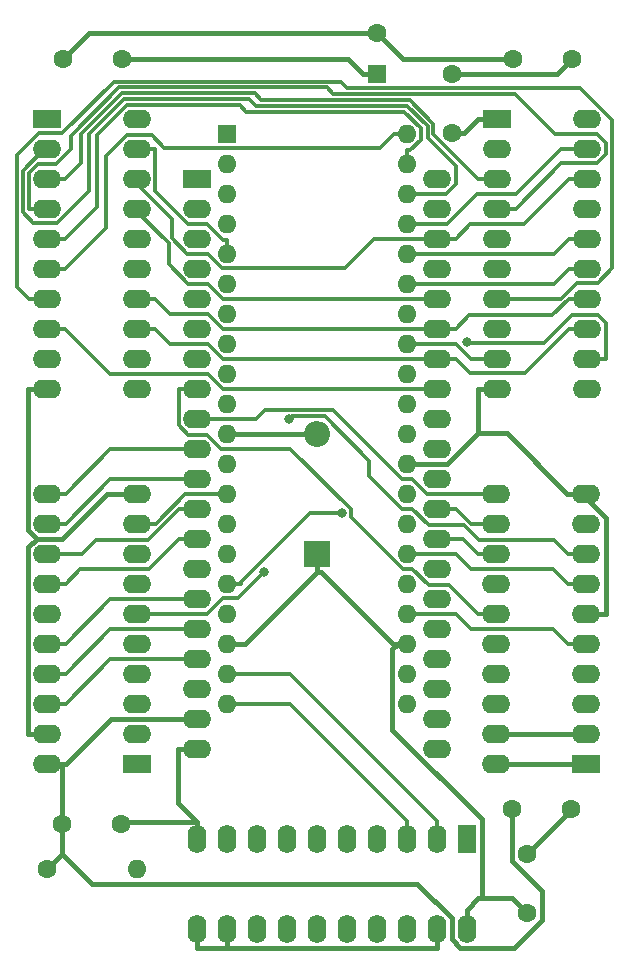
<source format=gbl>
G04 #@! TF.GenerationSoftware,KiCad,Pcbnew,(6.0.9)*
G04 #@! TF.CreationDate,2024-02-12T22:17:00+01:00*
G04 #@! TF.ProjectId,Sombrero_MSX_Goa'uld,536f6d62-7265-4726-9f5f-4d53585f476f,rev?*
G04 #@! TF.SameCoordinates,Original*
G04 #@! TF.FileFunction,Copper,L2,Bot*
G04 #@! TF.FilePolarity,Positive*
%FSLAX46Y46*%
G04 Gerber Fmt 4.6, Leading zero omitted, Abs format (unit mm)*
G04 Created by KiCad (PCBNEW (6.0.9)) date 2024-02-12 22:17:00*
%MOMM*%
%LPD*%
G01*
G04 APERTURE LIST*
G04 #@! TA.AperFunction,ComponentPad*
%ADD10R,2.400000X1.600000*%
G04 #@! TD*
G04 #@! TA.AperFunction,ComponentPad*
%ADD11O,2.400000X1.600000*%
G04 #@! TD*
G04 #@! TA.AperFunction,ComponentPad*
%ADD12R,1.600000X2.400000*%
G04 #@! TD*
G04 #@! TA.AperFunction,ComponentPad*
%ADD13O,1.600000X2.400000*%
G04 #@! TD*
G04 #@! TA.AperFunction,ComponentPad*
%ADD14C,1.600000*%
G04 #@! TD*
G04 #@! TA.AperFunction,ComponentPad*
%ADD15R,1.600000X1.600000*%
G04 #@! TD*
G04 #@! TA.AperFunction,ComponentPad*
%ADD16O,1.600000X1.600000*%
G04 #@! TD*
G04 #@! TA.AperFunction,ComponentPad*
%ADD17R,2.200000X2.200000*%
G04 #@! TD*
G04 #@! TA.AperFunction,ComponentPad*
%ADD18O,2.200000X2.200000*%
G04 #@! TD*
G04 #@! TA.AperFunction,ViaPad*
%ADD19C,0.800000*%
G04 #@! TD*
G04 #@! TA.AperFunction,Conductor*
%ADD20C,0.450000*%
G04 #@! TD*
G04 #@! TA.AperFunction,Conductor*
%ADD21C,0.300000*%
G04 #@! TD*
G04 APERTURE END LIST*
D10*
X162570000Y-74935000D03*
D11*
X162570000Y-77475000D03*
X162570000Y-80015000D03*
X162570000Y-82555000D03*
X162570000Y-85095000D03*
X162570000Y-87635000D03*
X162570000Y-90175000D03*
X162570000Y-92715000D03*
X162570000Y-95255000D03*
X162570000Y-97795000D03*
X170190000Y-97795000D03*
X170190000Y-95255000D03*
X170190000Y-92715000D03*
X170190000Y-90175000D03*
X170190000Y-87635000D03*
X170190000Y-85095000D03*
X170190000Y-82555000D03*
X170190000Y-80015000D03*
X170190000Y-77475000D03*
X170190000Y-74935000D03*
D10*
X137175000Y-80005000D03*
D11*
X137175000Y-82545000D03*
X137175000Y-85085000D03*
X137175000Y-87625000D03*
X137175000Y-90165000D03*
X137175000Y-92705000D03*
X137175000Y-95245000D03*
X137175000Y-97785000D03*
X137175000Y-100325000D03*
X137175000Y-102865000D03*
X137175000Y-105405000D03*
X137175000Y-107945000D03*
X137175000Y-110485000D03*
X137175000Y-113025000D03*
X137175000Y-115565000D03*
X137175000Y-118105000D03*
X137175000Y-120645000D03*
X137175000Y-123185000D03*
X137175000Y-125725000D03*
X137175000Y-128265000D03*
X157495000Y-128265000D03*
X157495000Y-125725000D03*
X157495000Y-123185000D03*
X157495000Y-120645000D03*
X157495000Y-118105000D03*
X157495000Y-115565000D03*
X157495000Y-113025000D03*
X157495000Y-110485000D03*
X157495000Y-107945000D03*
X157495000Y-105405000D03*
X157495000Y-102865000D03*
X157495000Y-100325000D03*
X157495000Y-97785000D03*
X157495000Y-95245000D03*
X157495000Y-92705000D03*
X157495000Y-90165000D03*
X157495000Y-87625000D03*
X157495000Y-85085000D03*
X157495000Y-82545000D03*
X157495000Y-80005000D03*
D12*
X160020000Y-135890000D03*
D13*
X157480000Y-135890000D03*
X154940000Y-135890000D03*
X152400000Y-135890000D03*
X149860000Y-135890000D03*
X147320000Y-135890000D03*
X144780000Y-135890000D03*
X142240000Y-135890000D03*
X139700000Y-135890000D03*
X137160000Y-135890000D03*
X137160000Y-143510000D03*
X139700000Y-143510000D03*
X142240000Y-143510000D03*
X144780000Y-143510000D03*
X147320000Y-143510000D03*
X149860000Y-143510000D03*
X152400000Y-143510000D03*
X154940000Y-143510000D03*
X157480000Y-143510000D03*
X160020000Y-143510000D03*
D10*
X132095000Y-129515000D03*
D11*
X132095000Y-126975000D03*
X132095000Y-124435000D03*
X132095000Y-121895000D03*
X132095000Y-119355000D03*
X132095000Y-116815000D03*
X132095000Y-114275000D03*
X132095000Y-111735000D03*
X132095000Y-109195000D03*
X132095000Y-106655000D03*
X124475000Y-106655000D03*
X124475000Y-109195000D03*
X124475000Y-111735000D03*
X124475000Y-114275000D03*
X124475000Y-116815000D03*
X124475000Y-119355000D03*
X124475000Y-121895000D03*
X124475000Y-124435000D03*
X124475000Y-126975000D03*
X124475000Y-129515000D03*
D14*
X163830000Y-133350000D03*
X168830000Y-133350000D03*
D10*
X170115000Y-129535000D03*
D11*
X170115000Y-126995000D03*
X170115000Y-124455000D03*
X170115000Y-121915000D03*
X170115000Y-119375000D03*
X170115000Y-116835000D03*
X170115000Y-114295000D03*
X170115000Y-111755000D03*
X170115000Y-109215000D03*
X170115000Y-106675000D03*
X162495000Y-106675000D03*
X162495000Y-109215000D03*
X162495000Y-111755000D03*
X162495000Y-114295000D03*
X162495000Y-116835000D03*
X162495000Y-119375000D03*
X162495000Y-121915000D03*
X162495000Y-124455000D03*
X162495000Y-126995000D03*
X162495000Y-129535000D03*
D14*
X158750000Y-71120000D03*
X158750000Y-76120000D03*
X165100000Y-142200000D03*
X165100000Y-137200000D03*
D15*
X152400000Y-71120000D03*
D14*
X152400000Y-67620000D03*
X125730000Y-134620000D03*
X130730000Y-134620000D03*
D15*
X139710000Y-76200000D03*
D16*
X139710000Y-78740000D03*
X139710000Y-81280000D03*
X139710000Y-83820000D03*
X139710000Y-86360000D03*
X139710000Y-88900000D03*
X139710000Y-91440000D03*
X139710000Y-93980000D03*
X139710000Y-96520000D03*
X139710000Y-99060000D03*
X139710000Y-101600000D03*
X139710000Y-104140000D03*
X139710000Y-106680000D03*
X139710000Y-109220000D03*
X139710000Y-111760000D03*
X139710000Y-114300000D03*
X139710000Y-116840000D03*
X139710000Y-119380000D03*
X139710000Y-121920000D03*
X139710000Y-124460000D03*
X154950000Y-124460000D03*
X154950000Y-121920000D03*
X154950000Y-119380000D03*
X154950000Y-116840000D03*
X154950000Y-114300000D03*
X154950000Y-111760000D03*
X154950000Y-109220000D03*
X154950000Y-106680000D03*
X154950000Y-104140000D03*
X154950000Y-101600000D03*
X154950000Y-99060000D03*
X154950000Y-96520000D03*
X154950000Y-93980000D03*
X154950000Y-91440000D03*
X154950000Y-88900000D03*
X154950000Y-86360000D03*
X154950000Y-83820000D03*
X154950000Y-81280000D03*
X154950000Y-78740000D03*
X154950000Y-76200000D03*
D14*
X168910000Y-69855000D03*
X163910000Y-69855000D03*
X130765000Y-69865000D03*
X125765000Y-69865000D03*
D17*
X147340000Y-111760000D03*
D18*
X147340000Y-101600000D03*
D10*
X124455000Y-74935000D03*
D11*
X124455000Y-77475000D03*
X124455000Y-80015000D03*
X124455000Y-82555000D03*
X124455000Y-85095000D03*
X124455000Y-87635000D03*
X124455000Y-90175000D03*
X124455000Y-92715000D03*
X124455000Y-95255000D03*
X124455000Y-97795000D03*
X132075000Y-97795000D03*
X132075000Y-95255000D03*
X132075000Y-92715000D03*
X132075000Y-90175000D03*
X132075000Y-87635000D03*
X132075000Y-85095000D03*
X132075000Y-82555000D03*
X132075000Y-80015000D03*
X132075000Y-77475000D03*
X132075000Y-74935000D03*
D14*
X124460000Y-138430000D03*
D16*
X132080000Y-138430000D03*
D19*
X144952800Y-100345200D03*
X142829800Y-113267900D03*
X159972500Y-93817200D03*
X149413000Y-108293700D03*
D20*
X159445800Y-145135800D02*
X163971900Y-145135800D01*
X170115000Y-129535000D02*
X162495000Y-129535000D01*
X137175000Y-125725000D02*
X135549900Y-125725000D01*
X155802900Y-139700000D02*
X158705200Y-142602300D01*
X166370800Y-140313000D02*
X163830000Y-137772200D01*
X129890100Y-125725000D02*
X135549900Y-125725000D01*
X126100100Y-129515000D02*
X129890100Y-125725000D01*
X125730000Y-129515000D02*
X126100100Y-129515000D01*
X163830000Y-137772200D02*
X163830000Y-133350000D01*
X166370800Y-142736900D02*
X166370800Y-140313000D01*
X163971900Y-145135800D02*
X166370800Y-142736900D01*
X158705200Y-142602300D02*
X158705200Y-144395200D01*
X124460000Y-138430000D02*
X125730000Y-137160000D01*
X128270000Y-139700000D02*
X155802900Y-139700000D01*
X125730000Y-137160000D02*
X128270000Y-139700000D01*
X125730000Y-137160000D02*
X125730000Y-134620000D01*
X124475000Y-129515000D02*
X125730000Y-129515000D01*
X125730000Y-134620000D02*
X125730000Y-129515000D01*
X158705200Y-144395200D02*
X159445800Y-145135800D01*
X123593700Y-110465000D02*
X122829900Y-109701200D01*
X154635000Y-69855000D02*
X163910000Y-69855000D01*
X162570000Y-74935000D02*
X160944900Y-74935000D01*
X137160000Y-134427400D02*
X135549900Y-132817300D01*
X169681400Y-106675000D02*
X169707900Y-106675000D01*
X168489900Y-106675000D02*
X163367500Y-101552600D01*
X157480000Y-143510000D02*
X157480000Y-145135100D01*
X159759900Y-76120000D02*
X158750000Y-76120000D01*
X169681400Y-106675000D02*
X168489900Y-106675000D01*
X122829900Y-109701200D02*
X122829900Y-97795000D01*
X139700000Y-143510000D02*
X139700000Y-145135100D01*
X160944900Y-74935000D02*
X159759900Y-76120000D01*
X128010000Y-67620000D02*
X125765000Y-69865000D01*
X170115000Y-106675000D02*
X169681400Y-106675000D01*
X158357500Y-104140000D02*
X160944900Y-101552600D01*
X125730200Y-110465000D02*
X123593700Y-110465000D01*
X122849900Y-126975000D02*
X122849900Y-111208800D01*
X122849900Y-111208800D02*
X123593700Y-110465000D01*
X124475000Y-126975000D02*
X122849900Y-126975000D01*
X170115000Y-116835000D02*
X171740100Y-116835000D01*
X132095000Y-106655000D02*
X129540200Y-106655000D01*
X162495000Y-126995000D02*
X170115000Y-126995000D01*
X135549900Y-132817300D02*
X135549900Y-128265000D01*
X137175000Y-128265000D02*
X135549900Y-128265000D01*
X171740100Y-108707200D02*
X171740100Y-116835000D01*
X137160000Y-145135100D02*
X139700000Y-145135100D01*
X130730000Y-134620000D02*
X130922600Y-134427400D01*
X137160000Y-135890000D02*
X137160000Y-134427400D01*
X152400000Y-67620000D02*
X154635000Y-69855000D01*
X152400000Y-67620000D02*
X128010000Y-67620000D01*
X154950000Y-104140000D02*
X158357500Y-104140000D01*
X129540200Y-106655000D02*
X125730200Y-110465000D01*
X168830000Y-133470000D02*
X168830000Y-133350000D01*
X169707900Y-106675000D02*
X171740100Y-108707200D01*
X137160000Y-143510000D02*
X137160000Y-145135100D01*
X160944900Y-101552600D02*
X160944900Y-97795000D01*
X124455000Y-97795000D02*
X122829900Y-97795000D01*
X163367500Y-101552600D02*
X160944900Y-101552600D01*
X165100000Y-137200000D02*
X168830000Y-133470000D01*
X162570000Y-97795000D02*
X160944900Y-97795000D01*
X130922600Y-134427400D02*
X137160000Y-134427400D01*
X157480000Y-145135100D02*
X139700000Y-145135100D01*
X147340000Y-101600000D02*
X139710000Y-101600000D01*
D21*
X127372400Y-76190200D02*
X127372400Y-78647700D01*
X155165300Y-73316700D02*
X142572800Y-73316700D01*
X157175100Y-75326500D02*
X155165300Y-73316700D01*
X162570000Y-80015000D02*
X160976100Y-80015000D01*
X160976100Y-80015000D02*
X157175100Y-76214000D01*
X130795300Y-72767300D02*
X127372400Y-76190200D01*
X142572800Y-73316700D02*
X142023400Y-72767300D01*
X157175100Y-76214000D02*
X157175100Y-75326500D01*
X124455000Y-80015000D02*
X126005100Y-80015000D01*
X127372400Y-78647700D02*
X126005100Y-80015000D01*
X142023400Y-72767300D02*
X130795300Y-72767300D01*
X148698200Y-72816600D02*
X164045300Y-72816600D01*
X124455000Y-82555000D02*
X122904900Y-82555000D01*
X126505300Y-76350100D02*
X130588200Y-72267200D01*
X170976300Y-76205000D02*
X171770200Y-76998900D01*
X126505300Y-77462600D02*
X126505300Y-76350100D01*
X167989400Y-78685700D02*
X164120100Y-82555000D01*
X130588200Y-72267200D02*
X148148800Y-72267200D01*
X171770200Y-77928900D02*
X171013400Y-78685700D01*
X162570000Y-82555000D02*
X164120100Y-82555000D01*
X148148800Y-72267200D02*
X148698200Y-72816600D01*
X123690500Y-78745000D02*
X125222900Y-78745000D01*
X171013400Y-78685700D02*
X167989400Y-78685700D01*
X122904900Y-82555000D02*
X122904900Y-79530600D01*
X122904900Y-79530600D02*
X123690500Y-78745000D01*
X171770200Y-76998900D02*
X171770200Y-77928900D01*
X167433700Y-76205000D02*
X170976300Y-76205000D01*
X164045300Y-72816600D02*
X167433700Y-76205000D01*
X125222900Y-78745000D02*
X126505300Y-77462600D01*
X121890700Y-89160800D02*
X121890700Y-77992300D01*
X149877600Y-72270200D02*
X169582200Y-72270200D01*
X172301600Y-74989600D02*
X172301600Y-87569300D01*
X122904900Y-90175000D02*
X121890700Y-89160800D01*
X123740200Y-76142800D02*
X125753700Y-76142800D01*
X172301600Y-87569300D02*
X171085700Y-88785200D01*
X169582200Y-72270200D02*
X172301600Y-74989600D01*
X171085700Y-88785200D02*
X169322300Y-88785200D01*
X149374500Y-71767100D02*
X149877600Y-72270200D01*
X121890700Y-77992300D02*
X123740200Y-76142800D01*
X167932500Y-90175000D02*
X162570000Y-90175000D01*
X124455000Y-90175000D02*
X122904900Y-90175000D01*
X130129400Y-71767100D02*
X149374500Y-71767100D01*
X125753700Y-76142800D02*
X130129400Y-71767100D01*
X169322300Y-88785200D02*
X167932500Y-90175000D01*
X138088400Y-96525000D02*
X139348400Y-97785000D01*
X126005100Y-92715000D02*
X129815100Y-96525000D01*
X124455000Y-92715000D02*
X126005100Y-92715000D01*
X139348400Y-97785000D02*
X157495000Y-97785000D01*
X129815100Y-96525000D02*
X138088400Y-96525000D01*
X157480000Y-135890000D02*
X157480000Y-134339900D01*
X139710000Y-121920000D02*
X145060100Y-121920000D01*
X145060100Y-121920000D02*
X157480000Y-134339900D01*
X139710000Y-124460000D02*
X145060100Y-124460000D01*
X145060100Y-124460000D02*
X154940000Y-134339900D01*
X154940000Y-135890000D02*
X154940000Y-134339900D01*
X154950000Y-111760000D02*
X159113400Y-111760000D01*
X159113400Y-111760000D02*
X160378400Y-113025000D01*
X160378400Y-113025000D02*
X167294900Y-113025000D01*
X167294900Y-113025000D02*
X168564900Y-114295000D01*
X170115000Y-114295000D02*
X168564900Y-114295000D01*
X160997500Y-110604800D02*
X159727500Y-109334800D01*
X170115000Y-111755000D02*
X168564900Y-111755000D01*
X151740300Y-105194700D02*
X151740300Y-103876500D01*
X167414700Y-110604800D02*
X160997500Y-110604800D01*
X156774900Y-109334800D02*
X155390100Y-107950000D01*
X154495600Y-107950000D02*
X151740300Y-105194700D01*
X159727500Y-109334800D02*
X156774900Y-109334800D01*
X151740300Y-103876500D02*
X147977500Y-100113700D01*
X145184300Y-100113700D02*
X144952800Y-100345200D01*
X168564900Y-111755000D02*
X167414700Y-110604800D01*
X147977500Y-100113700D02*
X145184300Y-100113700D01*
X155390100Y-107950000D02*
X154495600Y-107950000D01*
X138030100Y-116815000D02*
X132095000Y-116815000D01*
X142829800Y-113267900D02*
X140647500Y-115450200D01*
X140647500Y-115450200D02*
X139394900Y-115450200D01*
X139394900Y-115450200D02*
X138030100Y-116815000D01*
X136160100Y-106680000D02*
X133645100Y-109195000D01*
X132095000Y-109195000D02*
X133645100Y-109195000D01*
X139710000Y-106680000D02*
X136160100Y-106680000D01*
X154950000Y-93980000D02*
X159074600Y-93980000D01*
X160349600Y-95255000D02*
X161019900Y-95255000D01*
X159074600Y-93980000D02*
X160349600Y-95255000D01*
X162570000Y-95255000D02*
X161019900Y-95255000D01*
X171740100Y-92208700D02*
X171740100Y-95255000D01*
X171063400Y-91532000D02*
X171740100Y-92208700D01*
X160056400Y-93901100D02*
X166553700Y-93901100D01*
X168922800Y-91532000D02*
X171063400Y-91532000D01*
X170190000Y-95255000D02*
X171740100Y-95255000D01*
X159972500Y-93817200D02*
X160056400Y-93901100D01*
X166553700Y-93901100D02*
X168922800Y-91532000D01*
X168639900Y-87635000D02*
X167374900Y-88900000D01*
X167374900Y-88900000D02*
X154950000Y-88900000D01*
X170190000Y-87635000D02*
X168639900Y-87635000D01*
X170190000Y-85095000D02*
X168639900Y-85095000D01*
X167374900Y-86360000D02*
X168639900Y-85095000D01*
X154950000Y-86360000D02*
X167374900Y-86360000D01*
X160845300Y-81285000D02*
X164120200Y-81285000D01*
X167930200Y-77475000D02*
X170190000Y-77475000D01*
X158310300Y-83820000D02*
X160845300Y-81285000D01*
X154950000Y-83820000D02*
X158310300Y-83820000D01*
X164120200Y-81285000D02*
X167930200Y-77475000D01*
X140774200Y-73767600D02*
X141323500Y-74316900D01*
X128692000Y-76288200D02*
X131212600Y-73767600D01*
X156105500Y-75707000D02*
X156105500Y-76672700D01*
X154950000Y-78740000D02*
X154950000Y-77589900D01*
X126005100Y-85095000D02*
X128692000Y-82408100D01*
X156105500Y-76672700D02*
X155188300Y-77589900D01*
X155188300Y-77589900D02*
X154950000Y-77589900D01*
X131212600Y-73767600D02*
X140774200Y-73767600D01*
X124455000Y-85095000D02*
X126005100Y-85095000D01*
X154715400Y-74316900D02*
X156105500Y-75707000D01*
X141323500Y-74316900D02*
X154715400Y-74316900D01*
X128692000Y-82408100D02*
X128692000Y-76288200D01*
X139710000Y-85209900D02*
X139359100Y-85209900D01*
X133625100Y-81040600D02*
X133625100Y-77475000D01*
X137964200Y-83815000D02*
X136399500Y-83815000D01*
X139710000Y-86360000D02*
X139710000Y-85209900D01*
X136399500Y-83815000D02*
X133625100Y-81040600D01*
X132075000Y-77475000D02*
X133625100Y-77475000D01*
X139359100Y-85209900D02*
X137964200Y-83815000D01*
X124455000Y-87635000D02*
X126005100Y-87635000D01*
X154950000Y-76200000D02*
X153799900Y-76200000D01*
X129442100Y-84198000D02*
X129442100Y-78068600D01*
X134375500Y-77353800D02*
X152646100Y-77353800D01*
X133324300Y-76302600D02*
X134375500Y-77353800D01*
X131208100Y-76302600D02*
X133324300Y-76302600D01*
X152646100Y-77353800D02*
X153799900Y-76200000D01*
X129442100Y-78068600D02*
X131208100Y-76302600D01*
X126005100Y-87635000D02*
X129442100Y-84198000D01*
X122394000Y-82805100D02*
X123304000Y-83715100D01*
X124237400Y-77475000D02*
X122394000Y-79318400D01*
X128049100Y-76220700D02*
X131002400Y-73267400D01*
X156675000Y-75533600D02*
X156675000Y-76539600D01*
X154958200Y-73816800D02*
X156675000Y-75533600D01*
X156675000Y-76539600D02*
X159052000Y-78916600D01*
X125324500Y-83715100D02*
X128049100Y-80990500D01*
X131002400Y-73267400D02*
X141566100Y-73267400D01*
X158246600Y-81280000D02*
X154950000Y-81280000D01*
X122394000Y-79318400D02*
X122394000Y-82805100D01*
X124455000Y-77475000D02*
X124237400Y-77475000D01*
X142115500Y-73816800D02*
X154958200Y-73816800D01*
X123304000Y-83715100D02*
X125324500Y-83715100D01*
X159052000Y-80474600D02*
X158246600Y-81280000D01*
X128049100Y-80990500D02*
X128049100Y-76220700D01*
X159052000Y-78916600D02*
X159052000Y-80474600D01*
X141566100Y-73267400D02*
X142115500Y-73816800D01*
X160245100Y-96445000D02*
X164909900Y-96445000D01*
X139348400Y-95245000D02*
X157495000Y-95245000D01*
X170190000Y-92715000D02*
X168639900Y-92715000D01*
X138078400Y-93975000D02*
X139348400Y-95245000D01*
X164909900Y-96445000D02*
X168639900Y-92715000D01*
X132075000Y-92715000D02*
X133625100Y-92715000D01*
X159045100Y-95245000D02*
X160245100Y-96445000D01*
X133625100Y-92715000D02*
X134885100Y-93975000D01*
X134885100Y-93975000D02*
X138078400Y-93975000D01*
X157495000Y-95245000D02*
X159045100Y-95245000D01*
X167250100Y-91564800D02*
X168639900Y-90175000D01*
X138078400Y-91435000D02*
X139348400Y-92705000D01*
X159045100Y-92705000D02*
X160185300Y-91564800D01*
X160185300Y-91564800D02*
X167250100Y-91564800D01*
X157495000Y-92705000D02*
X159045100Y-92705000D01*
X132075000Y-90175000D02*
X133625100Y-90175000D01*
X134885100Y-91435000D02*
X138078400Y-91435000D01*
X133625100Y-90175000D02*
X134885100Y-91435000D01*
X170190000Y-90175000D02*
X168639900Y-90175000D01*
X139348400Y-92705000D02*
X157495000Y-92705000D01*
X132075000Y-82555000D02*
X132075000Y-82794500D01*
X134749800Y-85469300D02*
X134749800Y-87245300D01*
X132075000Y-82794500D02*
X134749800Y-85469300D01*
X139348400Y-90165000D02*
X157495000Y-90165000D01*
X138078400Y-88895000D02*
X139348400Y-90165000D01*
X136399500Y-88895000D02*
X138078400Y-88895000D01*
X134749800Y-87245300D02*
X136399500Y-88895000D01*
X167294900Y-118105000D02*
X168564900Y-119375000D01*
X160378400Y-118105000D02*
X167294900Y-118105000D01*
X159113400Y-116840000D02*
X160378400Y-118105000D01*
X170115000Y-119375000D02*
X168564900Y-119375000D01*
X154950000Y-116840000D02*
X159113400Y-116840000D01*
X140860100Y-114176900D02*
X140860100Y-114300000D01*
X139710000Y-114300000D02*
X140860100Y-114300000D01*
X149413000Y-108293700D02*
X146743300Y-108293700D01*
X146743300Y-108293700D02*
X140860100Y-114176900D01*
X164829900Y-83825000D02*
X168639900Y-80015000D01*
X170190000Y-80015000D02*
X168639900Y-80015000D01*
X135008500Y-85020600D02*
X136342900Y-86355000D01*
X157495000Y-85085000D02*
X159045100Y-85085000D01*
X149673800Y-87530700D02*
X152119500Y-85085000D01*
X136342900Y-86355000D02*
X138078400Y-86355000D01*
X135008500Y-83412700D02*
X135008500Y-85020600D01*
X139254100Y-87530700D02*
X149673800Y-87530700D01*
X160305100Y-83825000D02*
X164829900Y-83825000D01*
X159045100Y-85085000D02*
X160305100Y-83825000D01*
X132075000Y-80015000D02*
X132075000Y-80479200D01*
X132075000Y-80479200D02*
X135008500Y-83412700D01*
X138078400Y-86355000D02*
X139254100Y-87530700D01*
X152119500Y-85085000D02*
X157495000Y-85085000D01*
D20*
X147630000Y-113285100D02*
X147340000Y-113285100D01*
X167645000Y-71120000D02*
X168910000Y-69855000D01*
X163830000Y-140930000D02*
X161272100Y-140930000D01*
X154141100Y-119380000D02*
X153724900Y-119380000D01*
X153686800Y-126632100D02*
X161272100Y-134217400D01*
X160974900Y-140930000D02*
X160020000Y-141884900D01*
X141245100Y-119380000D02*
X140935100Y-119380000D01*
X147340000Y-111760000D02*
X147340000Y-113285100D01*
X160020000Y-143510000D02*
X160020000Y-141884900D01*
X139710000Y-119380000D02*
X140935100Y-119380000D01*
X149919900Y-69865000D02*
X151174900Y-71120000D01*
X130765000Y-69865000D02*
X149919900Y-69865000D01*
X161272100Y-134217400D02*
X161272100Y-140930000D01*
X158750000Y-71120000D02*
X167645000Y-71120000D01*
X154141100Y-119380000D02*
X153686800Y-119834300D01*
X153724900Y-119380000D02*
X147630000Y-113285100D01*
X154950000Y-119380000D02*
X154141100Y-119380000D01*
X152400000Y-71120000D02*
X151174900Y-71120000D01*
X153686800Y-119834300D02*
X153686800Y-126632100D01*
X165100000Y-142200000D02*
X163830000Y-140930000D01*
X147340000Y-113285100D02*
X141245100Y-119380000D01*
X161272100Y-140930000D02*
X160974900Y-140930000D01*
D21*
X162495000Y-116835000D02*
X160944900Y-116835000D01*
X150163100Y-107983000D02*
X145050100Y-102870000D01*
X145050100Y-102870000D02*
X139206600Y-102870000D01*
X150163100Y-108604600D02*
X150163100Y-107983000D01*
X160944900Y-116835000D02*
X158524700Y-114414800D01*
X137993000Y-101656400D02*
X136413700Y-101656400D01*
X137175000Y-97785000D02*
X135624900Y-97785000D01*
X139206600Y-102870000D02*
X137993000Y-101656400D01*
X136413700Y-101656400D02*
X135624900Y-100867600D01*
X155390100Y-113030000D02*
X154588500Y-113030000D01*
X156774900Y-114414800D02*
X155390100Y-113030000D01*
X154588500Y-113030000D02*
X150163100Y-108604600D01*
X158524700Y-114414800D02*
X156774900Y-114414800D01*
X135624900Y-100867600D02*
X135624900Y-97785000D01*
X142922100Y-99578200D02*
X142175300Y-100325000D01*
X162495000Y-106675000D02*
X156655100Y-106675000D01*
X148677800Y-99578200D02*
X142922100Y-99578200D01*
X142175300Y-100325000D02*
X137175000Y-100325000D01*
X154509600Y-105410000D02*
X148677800Y-99578200D01*
X155390100Y-105410000D02*
X154509600Y-105410000D01*
X156655100Y-106675000D02*
X155390100Y-105410000D01*
X157495000Y-107945000D02*
X159045100Y-107945000D01*
X162495000Y-109215000D02*
X160315100Y-109215000D01*
X160315100Y-109215000D02*
X159045100Y-107945000D01*
X157495000Y-110485000D02*
X159674900Y-110485000D01*
X162495000Y-111755000D02*
X160944900Y-111755000D01*
X159674900Y-110485000D02*
X160944900Y-111755000D01*
X124475000Y-106655000D02*
X126025100Y-106655000D01*
X129815100Y-102865000D02*
X135624900Y-102865000D01*
X126025100Y-106655000D02*
X129815100Y-102865000D01*
X137175000Y-102865000D02*
X135624900Y-102865000D01*
X124475000Y-109195000D02*
X126025100Y-109195000D01*
X129815100Y-105405000D02*
X137175000Y-105405000D01*
X126025100Y-109195000D02*
X129815100Y-105405000D01*
X132985100Y-110584800D02*
X135624900Y-107945000D01*
X127420800Y-111735000D02*
X128571000Y-110584800D01*
X128571000Y-110584800D02*
X132985100Y-110584800D01*
X124475000Y-111735000D02*
X127420800Y-111735000D01*
X137175000Y-107945000D02*
X135624900Y-107945000D01*
X137175000Y-110485000D02*
X135624900Y-110485000D01*
X127275100Y-113025000D02*
X133084900Y-113025000D01*
X126025100Y-114275000D02*
X127275100Y-113025000D01*
X124475000Y-114275000D02*
X126025100Y-114275000D01*
X133084900Y-113025000D02*
X135624900Y-110485000D01*
X137175000Y-115565000D02*
X129815100Y-115565000D01*
X124475000Y-119355000D02*
X126025100Y-119355000D01*
X129815100Y-115565000D02*
X126025100Y-119355000D01*
X124475000Y-121895000D02*
X126025100Y-121895000D01*
X129815100Y-118105000D02*
X126025100Y-121895000D01*
X137175000Y-118105000D02*
X129815100Y-118105000D01*
X126025100Y-124435000D02*
X129815100Y-120645000D01*
X124475000Y-124435000D02*
X126025100Y-124435000D01*
X129815100Y-120645000D02*
X137175000Y-120645000D01*
M02*

</source>
